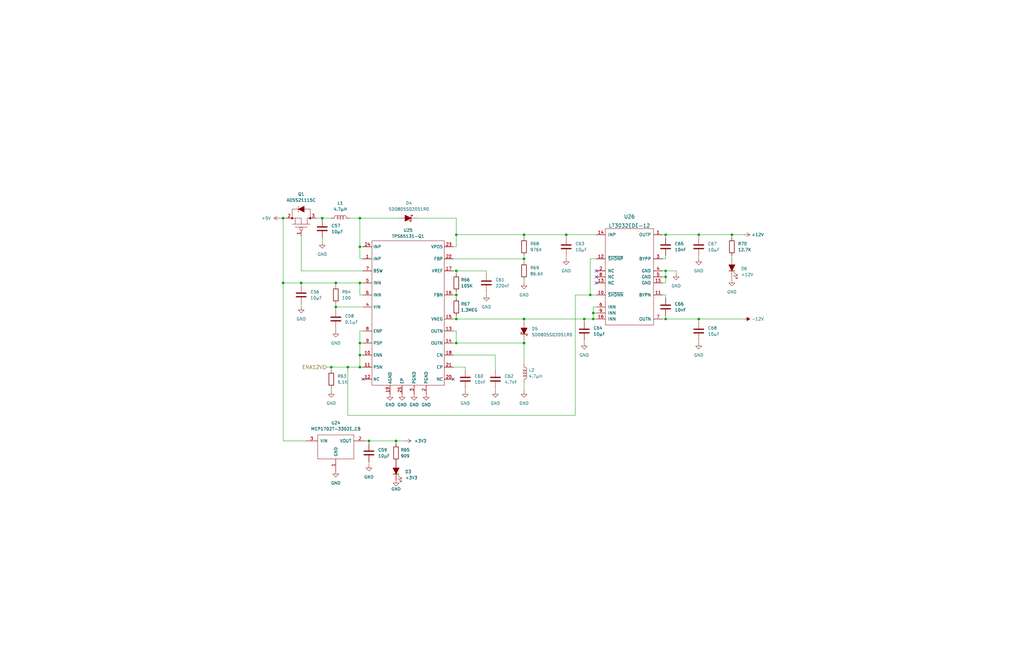
<source format=kicad_sch>
(kicad_sch (version 20231120) (generator "eeschema") (generator_version "8.0")
  (paper "B")
  (title_block (title "SMU 2.0") (date "2025-05-29") (company "Olin College of Engineering"))
  (lib_symbols
    (symbol "Device:C" (pin_numbers hide) (pin_names (offset 0.254))
      (property "Reference" "C" (at 0.635 2.54 0))
      (property "Value" "C" (at 0.635 -2.54 0))
      (symbol "C_0_1"
        (polyline (pts (xy -2.032 -0.762) (xy 2.032 -0.762)) (stroke (width 0.508)))
        (polyline (pts (xy -2.032 0.762) (xy 2.032 0.762)) (stroke (width 0.508)))
      )
      (symbol "C_1_1"
        (pin passive line (at 0 3.81 270) (length 2.794) (name "~") (number "1"))
        (pin passive line (at 0 -3.81 90) (length 2.794) (name "~") (number "2"))
      )
    )
    (symbol "Device:LED_Filled" (pin_numbers hide) (pin_names (offset 1.016) hide)
      (property "Reference" "D" (at 0 2.54 0))
      (property "Value" "LED_Filled" (at 0 -2.54 0))
      (symbol "LED_Filled_0_1"
        (polyline (pts (xy -1.27 -1.27) (xy -1.27 1.27)) (stroke (width 0.254)))
        (polyline (pts (xy -1.27 0) (xy 1.27 0)))
        (polyline (pts (xy 1.27 -1.27) (xy 1.27 1.27) (xy -1.27 0) (xy 1.27 -1.27)) (stroke (width 0.254)) (fill (type outline)))
        (polyline (pts (xy -3.048 -0.762) (xy -4.572 -2.286) (xy -3.81 -2.286) (xy -4.572 -2.286) (xy -4.572 -1.524)))
        (polyline (pts (xy -1.778 -0.762) (xy -3.302 -2.286) (xy -2.54 -2.286) (xy -3.302 -2.286) (xy -3.302 -1.524)))
      )
      (symbol "LED_Filled_1_1"
        (pin passive line (at -3.81 0 0) (length 2.54) (name "K") (number "1"))
        (pin passive line (at 3.81 0 180) (length 2.54) (name "A") (number "2"))
      )
    )
    (symbol "Device:R" (pin_numbers hide) (pin_names (offset 0))
      (property "Reference" "R" (at 2.032 0 90))
      (property "Value" "R" (at 0 0 90))
      (symbol "R_0_1"
        (rectangle (start -1.016 -2.54) (end 1.016 2.54) (stroke (width 0.254)))
      )
      (symbol "R_1_1"
        (pin passive line (at 0 3.81 270) (length 1.27) (name "~") (number "1"))
        (pin passive line (at 0 -3.81 90) (length 1.27) (name "~") (number "2"))
      )
    )
    (symbol "Eclectronics:AOSS21115C" (pin_names (offset 1.016))
      (property "Reference" "Q" (at 6.35 1.27 0))
      (property "Value" "AOSS21115C" (at 6.35 -1.27 0))
      (symbol "AOSS21115C_0_1"
        (circle (center -4.445 0) (radius 0.635))
        (circle (center 0 -3.81) (radius 0.381) (fill (type outline)))
        (polyline (pts (xy -3.81 2.54) (xy -3.81 -2.54)))
        (polyline (pts (xy -2.54 -2.54) (xy 0 -2.54)))
        (polyline (pts (xy -2.54 0) (xy 0 0)))
        (polyline (pts (xy -2.54 3.81) (xy -2.54 -3.81)))
        (polyline (pts (xy 0 -2.54) (xy 0 -3.81)))
        (polyline (pts (xy 0 2.54) (xy -2.54 2.54)))
        (polyline (pts (xy 2.54 1.27) (xy 5.08 1.27)))
        (polyline (pts (xy 0 -3.81) (xy 3.81 -3.81) (xy 3.81 -1.27)))
        (polyline (pts (xy 0 2.54) (xy 0 3.81) (xy 3.81 3.81) (xy 3.81 1.27)))
        (polyline (pts (xy 3.81 1.27) (xy 2.54 -1.27) (xy 5.08 -1.27) (xy 3.81 1.27)) (fill (type outline)))
        (circle (center 0 3.81) (radius 0.381) (fill (type outline)))
      )
      (symbol "AOSS21115C_1_1"
        (polyline (pts (xy 0 2.54) (xy 0 0)))
        (pin input line (at -7.62 0 0) (length 2.54) (name "~") (number "1"))
        (pin input line (at 0 6.35 270) (length 2.54) (name "~") (number "2"))
        (pin input line (at 0 -6.35 90) (length 2.54) (name "~") (number "3"))
      )
    )
    (symbol "Eclectronics:L" (pin_numbers hide) (pin_names hide)
      (property "Reference" "L" (at 0 5.08 0))
      (property "Value" "L" (at 0 2.54 0))
      (symbol "L_0_1"
        (polyline (pts (xy -2.54 0) (xy -2.413 0.635) (xy -2.286 0.889)))
        (polyline (pts (xy 1.143 0.889) (xy 1.27 1.016) (xy 1.524 1.143) (xy 1.905 1.143) (xy 2.159 1.016) (xy 2.286 0.889) (xy 2.413 0.635) (xy 2.54 0)))
        (polyline (pts (xy -2.286 0.889) (xy -2.159 1.016) (xy -1.905 1.143) (xy -1.524 1.143) (xy -1.27 1.016) (xy -1.143 0.889) (xy -1.016 0.635) (xy -0.889 0.127) (xy -0.889 -0.127) (xy -1.016 -0.381) (xy -1.27 -0.381) (xy -1.397 -0.127) (xy -1.397 0.127) (xy -1.27 0.635) (xy -1.143 0.889)))
        (polyline (pts (xy -1.143 0.889) (xy -1.016 1.016) (xy -0.762 1.143) (xy -0.381 1.143) (xy -0.127 1.016) (xy 0 0.889) (xy 0.127 0.635) (xy 0.254 0.127) (xy 0.254 -0.127) (xy 0.127 -0.381) (xy -0.127 -0.381) (xy -0.254 -0.127) (xy -0.254 0.127) (xy -0.127 0.635) (xy 0 0.889)))
        (polyline (pts (xy 0 0.889) (xy 0.127 1.016) (xy 0.381 1.143) (xy 0.762 1.143) (xy 1.016 1.016) (xy 1.143 0.889) (xy 1.27 0.635) (xy 1.397 0.127) (xy 1.397 -0.127) (xy 1.27 -0.381) (xy 1.016 -0.381) (xy 0.889 -0.127) (xy 0.889 0.127) (xy 1.016 0.635) (xy 1.143 0.889)))
      )
      (symbol "L_1_1"
        (pin passive line (at -3.81 0 0) (length 1.27) (name "~") (number "1"))
        (pin passive line (at 3.81 0 180) (length 1.27) (name "~") (number "2"))
      )
    )
    (symbol "Eclectronics:LT3032EDE-12" (pin_names (offset 1.016))
      (property "Reference" "U" (at -10.16 24.13 0))
      (property "Value" "LT3032EDE-12" (at -10.16 21.59 0))
      (symbol "LT3032EDE-12_0_1"
        (rectangle (start -10.16 20.32) (end 10.16 -20.32))
      )
      (symbol "LT3032EDE-12_1_1"
        (pin input line (at 13.97 17.78 180) (length 3.81) (name "OUTP") (number "1"))
        (pin input line (at -13.97 -7.62 0) (length 3.81) (name "~{SHDNN}") (number "10"))
        (pin input line (at 13.97 -7.62 180) (length 3.81) (name "BYPN") (number "11"))
        (pin input line (at -13.97 7.62 0) (length 3.81) (name "~{SHDNP}") (number "12"))
        (pin input line (at -13.97 -2.54 0) (length 3.81) (name "NC") (number "13"))
        (pin input line (at -13.97 17.78 0) (length 3.81) (name "INP") (number "14"))
        (pin input line (at 13.97 -2.54 180) (length 3.81) (name "GND") (number "15"))
        (pin input line (at -13.97 -17.78 0) (length 3.81) (name "INN") (number "16"))
        (pin input line (at -13.97 2.54 0) (length 3.81) (name "NC") (number "2"))
        (pin input line (at 13.97 7.62 180) (length 3.81) (name "BYPP") (number "3"))
        (pin input line (at 13.97 2.54 180) (length 3.81) (name "GND") (number "4"))
        (pin input line (at 13.97 0 180) (length 3.81) (name "GND") (number "5"))
        (pin input line (at -13.97 -12.7 0) (length 3.81) (name "INN") (number "6"))
        (pin input line (at 13.97 -17.78 180) (length 3.81) (name "OUTN") (number "7"))
        (pin input line (at -13.97 0 0) (length 3.81) (name "NC") (number "8"))
        (pin input line (at -13.97 -15.24 0) (length 3.81) (name "INN") (number "9"))
      )
    )
    (symbol "Eclectronics:MCP1702T-3302E_CB" (pin_names (offset 1.016))
      (property "Reference" "U" (at 0 8.89 0))
      (property "Value" "MCP1702T-3302E_CB" (at 0 6.35 0))
      (symbol "MCP1702T-3302E_CB_0_1"
        (rectangle (start 7.62 5.08) (end -7.62 -5.08))
      )
      (symbol "MCP1702T-3302E_CB_1_1"
        (pin input line (at 0 -10.16 90) (length 5.08) (name "GND") (number "1"))
        (pin input line (at 12.7 2.54 180) (length 5.08) (name "VOUT") (number "2"))
        (pin input line (at -12.7 2.54 0) (length 5.08) (name "VIN") (number "3"))
      )
    )
    (symbol "Eclectronics:SD0805S020S1R0" (pin_numbers hide) (pin_names hide)
      (property "Reference" "D" (at 0 2.54 0))
      (property "Value" "SD0805S020S1R0" (at 0 -2.54 0))
      (symbol "SD0805S020S1R0_0_1"
        (polyline (pts (xy -1.27 1.27) (xy -1.27 -1.27)) (stroke (width 0.254)))
        (polyline (pts (xy -1.27 -1.27) (xy -1.905 -1.27) (xy -1.905 -0.889)) (stroke (width 0.254)))
        (polyline (pts (xy -1.27 0) (xy 1.27 1.27) (xy 1.27 -1.27) (xy -1.27 0)) (stroke (width 0.254)) (fill (type outline)))
        (polyline (pts (xy -1.27 1.27) (xy -0.635 1.27) (xy -0.635 0.889) (xy -0.635 1.27)) (stroke (width 0.254)))
      )
      (symbol "SD0805S020S1R0_1_1"
        (pin passive line (at -3.81 0 0) (length 2.54) (name "~") (number "1"))
        (pin passive line (at 3.81 0 180) (length 2.54) (name "~") (number "2"))
      )
    )
    (symbol "Eclectronics:TPS65131-Q1"
      (property "Reference" "U" (at -15.24 34.29 0))
      (property "Value" "TPS65131-Q1" (at -15.24 31.75 0))
      (symbol "TPS65131-Q1_0_1"
        (rectangle (start -15.24 30.48) (end 15.24 -30.48))
      )
      (symbol "TPS65131-Q1_1_1"
        (pin input line (at -19.05 22.86 0) (length 3.81) (name "INP") (number "1"))
        (pin input line (at -19.05 -17.78 0) (length 3.81) (name "ENN") (number "10"))
        (pin input line (at -19.05 -22.86 0) (length 3.81) (name "PSN") (number "11"))
        (pin input line (at -19.05 -27.94 0) (length 3.81) (name "NC") (number "12"))
        (pin input line (at 19.05 -7.62 180) (length 3.81) (name "OUTN") (number "13"))
        (pin input line (at 19.05 -12.7 180) (length 3.81) (name "OUTN") (number "14"))
        (pin input line (at 19.05 -2.54 180) (length 3.81) (name "VNEG") (number "15"))
        (pin input line (at 19.05 7.62 180) (length 3.81) (name "FBN") (number "16"))
        (pin input line (at 19.05 17.78 180) (length 3.81) (name "VREF") (number "17"))
        (pin input line (at 19.05 -17.78 180) (length 3.81) (name "CN") (number "18"))
        (pin input line (at -7.62 -34.29 90) (length 3.81) (name "AGND") (number "19"))
        (pin input line (at 7.62 -34.29 90) (length 3.81) (name "PGND") (number "2"))
        (pin input line (at 19.05 -27.94 180) (length 3.81) (name "NC") (number "20"))
        (pin input line (at 19.05 -22.86 180) (length 3.81) (name "CP") (number "21"))
        (pin input line (at 19.05 22.86 180) (length 3.81) (name "FBP") (number "22"))
        (pin input line (at 19.05 27.94 180) (length 3.81) (name "VPOS") (number "23"))
        (pin input line (at -19.05 27.94 0) (length 3.81) (name "INP") (number "24"))
        (pin input line (at -2.54 -34.29 90) (length 3.81) (name "EP") (number "25"))
        (pin input line (at 2.54 -34.29 90) (length 3.81) (name "PGND") (number "3"))
        (pin input line (at -19.05 2.54 0) (length 3.81) (name "VIN") (number "4"))
        (pin input line (at -19.05 12.7 0) (length 3.81) (name "INN") (number "5"))
        (pin input line (at -19.05 7.62 0) (length 3.81) (name "INN") (number "6"))
        (pin input line (at -19.05 17.78 0) (length 3.81) (name "BSW") (number "7"))
        (pin input line (at -19.05 -7.62 0) (length 3.81) (name "ENP") (number "8"))
        (pin input line (at -19.05 -12.7 0) (length 3.81) (name "PSP") (number "9"))
      )
    )
    (symbol "power:+12V" (power) (pin_names (offset 0))
      (property "Value" "+12V" (at 0 3.556 0))
      (symbol "+12V_0_1"
        (polyline (pts (xy -0.762 1.27) (xy 0 2.54)))
        (polyline (pts (xy 0 0) (xy 0 2.54)))
        (polyline (pts (xy 0 2.54) (xy 0.762 1.27)))
      )
      (symbol "+12V_1_1"
        (pin power_in line (at 0 0 90) (length 0) hide (name "+12V") (number "1"))
      )
    )
    (symbol "power:+3V3" (power) (pin_names (offset 0))
      (property "Value" "+3V3" (at 0 3.556 0))
      (symbol "+3V3_0_1"
        (polyline (pts (xy -0.762 1.27) (xy 0 2.54)))
        (polyline (pts (xy 0 0) (xy 0 2.54)))
        (polyline (pts (xy 0 2.54) (xy 0.762 1.27)))
      )
      (symbol "+3V3_1_1"
        (pin power_in line (at 0 0 90) (length 0) hide (name "+3V3") (number "1"))
      )
    )
    (symbol "power:+5V" (power) (pin_names (offset 0))
      (property "Value" "+5V" (at 0 3.556 0))
      (symbol "+5V_0_1"
        (polyline (pts (xy -0.762 1.27) (xy 0 2.54)))
        (polyline (pts (xy 0 0) (xy 0 2.54)))
        (polyline (pts (xy 0 2.54) (xy 0.762 1.27)))
      )
      (symbol "+5V_1_1"
        (pin power_in line (at 0 0 90) (length 0) hide (name "+5V") (number "1"))
      )
    )
    (symbol "power:-12V" (power) (pin_names (offset 0))
      (property "Value" "-12V" (at 0 3.81 0))
      (symbol "-12V_0_0"
        (pin power_in line (at 0 0 90) (length 0) hide (name "-12V") (number "1"))
      )
      (symbol "-12V_0_1"
        (polyline (pts (xy 0 0) (xy 0 1.27) (xy 0.762 1.27) (xy 0 2.54) (xy -0.762 1.27) (xy 0 1.27)) (fill (type outline)))
      )
    )
    (symbol "power:GND" (power) (pin_names (offset 0))
      (property "Value" "GND" (at 0 -3.81 0))
      (symbol "GND_0_1"
        (polyline (pts (xy 0 0) (xy 0 -1.27) (xy 1.27 -1.27) (xy 0 -2.54) (xy -1.27 -1.27) (xy 0 -1.27)))
      )
      (symbol "GND_1_1"
        (pin power_in line (at 0 0 270) (length 0) hide (name "GND") (number "1"))
      )
    )
    (symbol "smu-rescue:GND" (power) (pin_names (offset 0))
      (property "Value" "GND" (at 0 -3.81 0))
      (symbol "GND_0_1"
        (polyline (pts (xy 0 0) (xy 0 -1.27) (xy 1.27 -1.27) (xy 0 -2.54) (xy -1.27 -1.27) (xy 0 -1.27)))
      )
      (symbol "GND_1_1"
        (pin power_in line (at 0 0 270) (length 0) hide (name "GND") (number "1"))
      )
    )
  )
  (junction (at 246.38 134.62))
  (junction (at 139.7 154.94))
  (junction (at 151.765 119.38))
  (junction (at 151.765 144.78))
  (junction (at 280.67 116.84))
  (junction (at 308.61 99.06))
  (junction (at 250.19 134.62))
  (junction (at 155.575 186.055))
  (junction (at 141.605 129.54))
  (junction (at 280.67 99.06))
  (junction (at 151.765 149.86))
  (junction (at 248.92 124.46))
  (junction (at 151.765 154.94))
  (junction (at 141.605 119.38))
  (junction (at 220.98 109.22))
  (junction (at 238.76 99.06))
  (junction (at 250.19 132.08))
  (junction (at 151.765 104.14))
  (junction (at 146.685 154.94))
  (junction (at 192.405 124.46))
  (junction (at 151.765 92.075))
  (junction (at 294.64 99.06))
  (junction (at 280.67 134.62))
  (junction (at 220.98 134.62))
  (junction (at 192.405 99.06))
  (junction (at 127 119.38))
  (junction (at 192.405 114.3))
  (junction (at 220.98 99.06))
  (junction (at 192.405 144.78))
  (junction (at 192.405 134.62))
  (junction (at 220.98 144.78))
  (junction (at 119.38 92.075))
  (junction (at 167.005 186.055))
  (junction (at 135.89 92.075))
  (junction (at 294.64 134.62))
  (junction (at 280.67 114.3))
  (junction (at 119.38 119.38))
  (no_connect (at 251.46 116.84))
  (no_connect (at 251.46 119.38))
  (no_connect (at 153.035 160.02))
  (no_connect (at 191.135 160.02))
  (no_connect (at 251.46 114.3))
  (wire (pts (xy 151.765 139.7) (xy 153.035 139.7)))
  (wire (pts (xy 151.765 139.7) (xy 151.765 144.78)))
  (wire (pts (xy 279.4 99.06) (xy 280.67 99.06)))
  (wire (pts (xy 118.11 92.075) (xy 119.38 92.075)))
  (wire (pts (xy 246.38 143.51) (xy 246.38 144.78)))
  (wire (pts (xy 280.67 119.38) (xy 279.4 119.38)))
  (wire (pts (xy 151.765 104.14) (xy 153.035 104.14)))
  (wire (pts (xy 147.32 92.075) (xy 151.765 92.075)))
  (wire (pts (xy 205.105 114.3) (xy 192.405 114.3)))
  (wire (pts (xy 279.4 134.62) (xy 280.67 134.62)))
  (wire (pts (xy 191.135 114.3) (xy 192.405 114.3)))
  (wire (pts (xy 191.135 154.94) (xy 196.215 154.94)))
  (wire (pts (xy 220.98 134.62) (xy 246.38 134.62)))
  (wire (pts (xy 196.215 163.83) (xy 196.215 165.1)))
  (wire (pts (xy 251.46 129.54) (xy 250.19 129.54)))
  (wire (pts (xy 133.35 92.075) (xy 135.89 92.075)))
  (wire (pts (xy 242.57 175.26) (xy 242.57 124.46)))
  (wire (pts (xy 238.76 109.22) (xy 238.76 107.95)))
  (wire (pts (xy 154.305 186.055) (xy 155.575 186.055)))
  (wire (pts (xy 279.4 124.46) (xy 280.67 124.46)))
  (wire (pts (xy 220.98 144.78) (xy 192.405 144.78)))
  (wire (pts (xy 155.575 187.325) (xy 155.575 186.055)))
  (wire (pts (xy 250.19 129.54) (xy 250.19 132.08)))
  (wire (pts (xy 141.605 128.27) (xy 141.605 129.54)))
  (wire (pts (xy 151.765 154.94) (xy 153.035 154.94)))
  (wire (pts (xy 139.7 154.94) (xy 146.685 154.94)))
  (wire (pts (xy 248.92 109.22) (xy 251.46 109.22)))
  (wire (pts (xy 294.64 134.62) (xy 294.64 135.89)))
  (wire (pts (xy 119.38 119.38) (xy 119.38 186.055)))
  (wire (pts (xy 280.67 116.84) (xy 280.67 119.38)))
  (wire (pts (xy 192.405 99.06) (xy 192.405 104.14)))
  (wire (pts (xy 220.98 143.51) (xy 220.98 144.78)))
  (wire (pts (xy 191.135 109.22) (xy 220.98 109.22)))
  (wire (pts (xy 141.605 138.43) (xy 141.605 139.7)))
  (wire (pts (xy 192.405 123.19) (xy 192.405 124.46)))
  (wire (pts (xy 153.035 109.22) (xy 151.765 109.22)))
  (wire (pts (xy 192.405 139.7) (xy 192.405 144.78)))
  (wire (pts (xy 155.575 194.945) (xy 155.575 196.215)))
  (wire (pts (xy 246.38 134.62) (xy 246.38 135.89)))
  (wire (pts (xy 139.7 163.83) (xy 139.7 165.1)))
  (wire (pts (xy 220.98 109.22) (xy 220.98 110.49)))
  (wire (pts (xy 119.38 92.075) (xy 119.38 119.38)))
  (wire (pts (xy 151.765 144.78) (xy 151.765 149.86)))
  (wire (pts (xy 294.64 134.62) (xy 313.69 134.62)))
  (wire (pts (xy 151.765 124.46) (xy 151.765 119.38)))
  (wire (pts (xy 192.405 99.06) (xy 220.98 99.06)))
  (wire (pts (xy 191.135 124.46) (xy 192.405 124.46)))
  (wire (pts (xy 308.61 107.95) (xy 308.61 109.22)))
  (wire (pts (xy 280.67 124.46) (xy 280.67 125.73)))
  (wire (pts (xy 242.57 124.46) (xy 248.92 124.46)))
  (wire (pts (xy 238.76 99.06) (xy 251.46 99.06)))
  (wire (pts (xy 280.67 109.22) (xy 280.67 107.95)))
  (wire (pts (xy 294.64 107.95) (xy 294.64 109.22)))
  (wire (pts (xy 167.005 186.055) (xy 170.815 186.055)))
  (wire (pts (xy 220.98 161.29) (xy 220.98 165.1)))
  (wire (pts (xy 280.67 99.06) (xy 294.64 99.06)))
  (wire (pts (xy 279.4 116.84) (xy 280.67 116.84)))
  (wire (pts (xy 141.605 119.38) (xy 141.605 120.65)))
  (wire (pts (xy 248.92 109.22) (xy 248.92 124.46)))
  (wire (pts (xy 294.64 99.06) (xy 308.61 99.06)))
  (wire (pts (xy 220.98 118.11) (xy 220.98 119.38)))
  (wire (pts (xy 280.67 134.62) (xy 294.64 134.62)))
  (wire (pts (xy 155.575 186.055) (xy 167.005 186.055)))
  (wire (pts (xy 127 114.3) (xy 127 99.695)))
  (wire (pts (xy 151.765 149.86) (xy 153.035 149.86)))
  (wire (pts (xy 191.135 104.14) (xy 192.405 104.14)))
  (wire (pts (xy 246.38 134.62) (xy 250.19 134.62)))
  (wire (pts (xy 280.67 99.06) (xy 280.67 100.33)))
  (wire (pts (xy 205.105 115.57) (xy 205.105 114.3)))
  (wire (pts (xy 250.19 134.62) (xy 251.46 134.62)))
  (wire (pts (xy 285.115 115.57) (xy 285.115 114.3)))
  (wire (pts (xy 135.89 100.33) (xy 135.89 102.235)))
  (wire (pts (xy 308.61 99.06) (xy 313.69 99.06)))
  (wire (pts (xy 153.035 114.3) (xy 127 114.3)))
  (wire (pts (xy 191.135 139.7) (xy 192.405 139.7)))
  (wire (pts (xy 279.4 114.3) (xy 280.67 114.3)))
  (wire (pts (xy 135.89 92.075) (xy 135.89 92.71)))
  (wire (pts (xy 192.405 133.35) (xy 192.405 134.62)))
  (wire (pts (xy 167.005 187.325) (xy 167.005 186.055)))
  (wire (pts (xy 141.605 129.54) (xy 153.035 129.54)))
  (wire (pts (xy 141.605 119.38) (xy 151.765 119.38)))
  (wire (pts (xy 192.405 144.78) (xy 191.135 144.78)))
  (wire (pts (xy 151.765 92.075) (xy 168.275 92.075)))
  (wire (pts (xy 120.65 92.075) (xy 119.38 92.075)))
  (wire (pts (xy 151.765 92.075) (xy 151.765 104.14)))
  (wire (pts (xy 250.19 132.08) (xy 250.19 134.62)))
  (wire (pts (xy 192.405 124.46) (xy 192.405 125.73)))
  (wire (pts (xy 279.4 109.22) (xy 280.67 109.22)))
  (wire (pts (xy 280.67 114.3) (xy 280.67 116.84)))
  (wire (pts (xy 191.135 149.86) (xy 208.915 149.86)))
  (wire (pts (xy 119.38 186.055) (xy 128.905 186.055)))
  (wire (pts (xy 127 119.38) (xy 127 120.65)))
  (wire (pts (xy 280.67 114.3) (xy 285.115 114.3)))
  (wire (pts (xy 205.105 123.19) (xy 205.105 124.46)))
  (wire (pts (xy 238.76 99.06) (xy 238.76 100.33)))
  (wire (pts (xy 220.98 153.67) (xy 220.98 144.78)))
  (wire (pts (xy 127 128.27) (xy 127 129.54)))
  (wire (pts (xy 192.405 114.3) (xy 192.405 115.57)))
  (wire (pts (xy 308.61 100.33) (xy 308.61 99.06)))
  (wire (pts (xy 220.98 134.62) (xy 220.98 135.89)))
  (wire (pts (xy 192.405 92.075) (xy 175.895 92.075)))
  (wire (pts (xy 151.765 149.86) (xy 151.765 154.94)))
  (wire (pts (xy 280.67 133.35) (xy 280.67 134.62)))
  (wire (pts (xy 146.685 154.94) (xy 146.685 175.26)))
  (wire (pts (xy 248.92 124.46) (xy 251.46 124.46)))
  (wire (pts (xy 196.215 154.94) (xy 196.215 156.21)))
  (wire (pts (xy 151.765 144.78) (xy 153.035 144.78)))
  (wire (pts (xy 294.64 99.06) (xy 294.64 100.33)))
  (wire (pts (xy 191.135 134.62) (xy 192.405 134.62)))
  (wire (pts (xy 151.765 104.14) (xy 151.765 109.22)))
  (wire (pts (xy 208.915 149.86) (xy 208.915 156.21)))
  (wire (pts (xy 192.405 134.62) (xy 220.98 134.62)))
  (wire (pts (xy 153.035 124.46) (xy 151.765 124.46)))
  (wire (pts (xy 151.765 119.38) (xy 153.035 119.38)))
  (wire (pts (xy 220.98 99.06) (xy 238.76 99.06)))
  (wire (pts (xy 146.685 154.94) (xy 151.765 154.94)))
  (wire (pts (xy 119.38 119.38) (xy 127 119.38)))
  (wire (pts (xy 127 119.38) (xy 141.605 119.38)))
  (wire (pts (xy 135.89 92.075) (xy 139.7 92.075)))
  (wire (pts (xy 192.405 99.06) (xy 192.405 92.075)))
  (wire (pts (xy 308.61 116.84) (xy 308.61 118.11)))
  (wire (pts (xy 251.46 132.08) (xy 250.19 132.08)))
  (wire (pts (xy 220.98 107.95) (xy 220.98 109.22)))
  (wire (pts (xy 294.64 143.51) (xy 294.64 144.78)))
  (wire (pts (xy 139.7 154.94) (xy 139.7 156.21)))
  (wire (pts (xy 137.795 154.94) (xy 139.7 154.94)))
  (wire (pts (xy 208.915 163.83) (xy 208.915 165.1)))
  (wire (pts (xy 146.685 175.26) (xy 242.57 175.26)))
  (wire (pts (xy 220.98 100.33) (xy 220.98 99.06)))
  (wire (pts (xy 141.605 129.54) (xy 141.605 130.81)))
  (hierarchical_label "ENA12V" (shape input) (at 137.795 154.94 180) (effects (font (size 1.524 1.524))))
  (symbol (lib_id "Device:C") (at 127 124.46 0) (unit 1)
    (property "Reference" "C56" (at 130.81 123.1899 0) (effects (justify left)))
    (property "Value" "10µF" (at 130.81 125.7299 0) (effects (justify left)))
    (property "Footprint" "Capacitor_SMD:C_0603_1608Metric" (effects (hide yes)))
    (instances (project "smu_base" (path "" (reference "C56") (unit 1))) (project "smu_base" (path "" (reference "C20") (unit 1))))
  )
  (symbol (lib_id "Device:C") (at 280.67 104.14 0) (unit 1)
    (property "Reference" "C65" (at 284.48 102.8699 0) (effects (justify left)))
    (property "Value" "10nF" (at 284.48 105.4099 0) (effects (justify left)))
    (property "Footprint" "Capacitor_SMD:C_0603_1608Metric" (effects (hide yes)))
    (instances (project "smu_base" (path "" (reference "C65") (unit 1))) (project "smu_base" (path "" (reference "C29") (unit 1))))
  )
  (symbol (lib_id "Device:C") (at 205.105 119.38 0) (unit 1)
    (property "Reference" "C61" (at 208.915 118.1099 0) (effects (justify left)))
    (property "Value" "220nF" (at 208.915 120.6499 0) (effects (justify left)))
    (property "Footprint" "Capacitor_SMD:C_0603_1608Metric" (effects (hide yes)))
    (instances (project "smu_base" (path "" (reference "C61") (unit 1))) (project "smu_base" (path "" (reference "C25") (unit 1))))
  )
  (symbol (lib_id "power:GND") (at 294.64 109.22 0) (unit 1)
    (property "Reference" "#PWR0170" (effects (hide yes)))
    (property "Value" "GND" (at 294.64 114.3 0))
    (instances (project "smu_base" (path "" (reference "#PWR0170") (unit 1))) (project "smu_base" (path "" (reference "#PWR087") (unit 1))))
  )
  (symbol (lib_id "Device:C") (at 246.38 139.7 0) (unit 1)
    (property "Reference" "C64" (at 250.19 138.4299 0) (effects (justify left)))
    (property "Value" "10µF" (at 250.19 140.9699 0) (effects (justify left)))
    (property "Footprint" "Capacitor_SMD:C_0603_1608Metric" (effects (hide yes)))
    (instances (project "smu_base" (path "" (reference "C64") (unit 1))) (project "smu_base" (path "" (reference "C28") (unit 1))))
  )
  (symbol (lib_id "power:GND") (at 205.105 124.46 0) (unit 1)
    (property "Reference" "#PWR0163" (effects (hide yes)))
    (property "Value" "GND" (at 205.105 129.54 0))
    (instances (project "smu_base" (path "" (reference "#PWR0163") (unit 1))) (project "smu_base" (path "" (reference "#PWR080") (unit 1))))
  )
  (symbol (lib_id "power:GND") (at 238.76 109.22 0) (unit 1)
    (property "Reference" "#PWR0167" (effects (hide yes)))
    (property "Value" "GND" (at 238.76 114.3 0))
    (instances (project "smu_base" (path "" (reference "#PWR0167") (unit 1))) (project "smu_base" (path "" (reference "#PWR084") (unit 1))))
  )
  (symbol (lib_id "Device:C") (at 141.605 134.62 0) (unit 1)
    (property "Reference" "C58" (at 145.415 133.3499 0) (effects (justify left)))
    (property "Value" "0.1µF" (at 145.415 135.8899 0) (effects (justify left)))
    (property "Footprint" "Capacitor_SMD:C_0603_1608Metric" (effects (hide yes)))
    (instances (project "smu_base" (path "" (reference "C58") (unit 1))) (project "smu_base" (path "" (reference "C22") (unit 1))))
  )
  (symbol (lib_id "Eclectronics:SD0805S020S1R0") (at 220.98 139.7 90) (unit 1)
    (property "Reference" "D5" (at 224.155 138.7474 90) (effects (justify right)))
    (property "Value" "SD0805S020S1R0" (at 224.155 141.2874 90) (effects (justify right)))
    (property "Footprint" "Diode_SMD:D_0805_2012Metric" (effects (hide yes)))
    (instances (project "smu_base" (path "" (reference "D5") (unit 1))) (project "smu_base" (path "" (reference "D7") (unit 1))))
  )
  (symbol (lib_id "Device:LED_Filled") (at 167.005 198.755 90) (unit 1)
    (property "Reference" "D3" (at 170.815 199.0724 90) (effects (justify right)))
    (property "Value" "+3V3" (at 170.815 201.6124 90) (effects (justify right)))
    (property "Footprint" "LED_SMD:LED_0805_2012Metric" (effects (hide yes)))
    (instances (project "smu_base" (path "" (reference "D3") (unit 1))) (project "smu_base" (path "" (reference "D5") (unit 1))))
  )
  (symbol (lib_id "power:GND") (at 135.89 102.235 0) (unit 1)
    (property "Reference" "#PWR0151" (effects (hide yes)))
    (property "Value" "GND" (at 135.89 107.315 0))
    (instances (project "smu_base" (path "" (reference "#PWR0151") (unit 1))) (project "smu_base" (path "" (reference "#PWR068") (unit 1))))
  )
  (symbol (lib_id "Device:C") (at 294.64 104.14 0) (unit 1)
    (property "Reference" "C67" (at 298.45 102.8699 0) (effects (justify left)))
    (property "Value" "10µF" (at 298.45 105.4099 0) (effects (justify left)))
    (property "Footprint" "Capacitor_SMD:C_0603_1608Metric" (effects (hide yes)))
    (instances (project "smu_base" (path "" (reference "C67") (unit 1))) (project "smu_base" (path "" (reference "C31") (unit 1))))
  )
  (symbol (lib_id "power:GND") (at 179.705 166.37 0) (unit 1)
    (property "Reference" "#PWR0161" (effects (hide yes)))
    (property "Value" "GND" (at 179.705 170.815 0))
    (instances (project "smu_base" (path "" (reference "#PWR0161") (unit 1))) (project "smu_base" (path "" (reference "#PWR078") (unit 1))))
  )
  (symbol (lib_id "Device:R") (at 220.98 104.14 0) (unit 1)
    (property "Reference" "R68" (at 223.52 102.8699 0) (effects (justify left)))
    (property "Value" "976K" (at 223.52 105.4099 0) (effects (justify left)))
    (property "Footprint" "Resistor_SMD:R_0603_1608Metric" (effects (hide yes)))
    (instances (project "smu_base" (path "" (reference "R68") (unit 1))) (project "smu_base" (path "" (reference "R28") (unit 1))))
  )
  (symbol (lib_id "power:GND") (at 169.545 166.37 0) (unit 1)
    (property "Reference" "#PWR0158" (effects (hide yes)))
    (property "Value" "GND" (at 169.545 170.815 0))
    (instances (project "smu_base" (path "" (reference "#PWR0158") (unit 1))) (project "smu_base" (path "" (reference "#PWR075") (unit 1))))
  )
  (symbol (lib_id "Device:R") (at 192.405 129.54 0) (unit 1)
    (property "Reference" "R67" (at 194.31 128.2699 0) (effects (justify left)))
    (property "Value" "1.3MEG" (at 194.31 130.8099 0) (effects (justify left)))
    (property "Footprint" "Resistor_SMD:R_0603_1608Metric" (effects (hide yes)))
    (instances (project "smu_base" (path "" (reference "R67") (unit 1))) (project "smu_base" (path "" (reference "R27") (unit 1))))
  )
  (symbol (lib_id "power:GND") (at 196.215 165.1 0) (unit 1)
    (property "Reference" "#PWR0162" (effects (hide yes)))
    (property "Value" "GND" (at 196.215 170.18 0))
    (instances (project "smu_base" (path "" (reference "#PWR0162") (unit 1))) (project "smu_base" (path "" (reference "#PWR079") (unit 1))))
  )
  (symbol (lib_id "Device:C") (at 196.215 160.02 0) (unit 1)
    (property "Reference" "C60" (at 200.025 158.7499 0) (effects (justify left)))
    (property "Value" "10nF" (at 200.025 161.2899 0) (effects (justify left)))
    (property "Footprint" "Capacitor_SMD:C_0603_1608Metric" (effects (hide yes)))
    (instances (project "smu_base" (path "" (reference "C60") (unit 1))) (project "smu_base" (path "" (reference "C24") (unit 1))))
  )
  (symbol (lib_id "power:GND") (at 174.625 166.37 0) (unit 1)
    (property "Reference" "#PWR0160" (effects (hide yes)))
    (property "Value" "GND" (at 174.625 170.815 0))
    (instances (project "smu_base" (path "" (reference "#PWR0160") (unit 1))) (project "smu_base" (path "" (reference "#PWR077") (unit 1))))
  )
  (symbol (lib_id "Device:R") (at 220.98 114.3 0) (unit 1)
    (property "Reference" "R69" (at 223.52 113.0299 0) (effects (justify left)))
    (property "Value" "86.6K" (at 223.52 115.5699 0) (effects (justify left)))
    (property "Footprint" "Resistor_SMD:R_0603_1608Metric" (effects (hide yes)))
    (instances (project "smu_base" (path "" (reference "R69") (unit 1))) (project "smu_base" (path "" (reference "R29") (unit 1))))
  )
  (symbol (lib_id "power:GND") (at 285.115 115.57 0) (unit 1)
    (property "Reference" "#PWR0169" (effects (hide yes)))
    (property "Value" "GND" (at 285.115 120.65 0))
    (instances (project "smu_base" (path "" (reference "#PWR0169") (unit 1))) (project "smu_base" (path "" (reference "#PWR086") (unit 1))))
  )
  (symbol (lib_id "power:+12V") (at 313.69 99.06 270) (unit 1)
    (property "Reference" "#PWR0173" (effects (hide yes)))
    (property "Value" "+12V" (at 316.865 99.0599 90) (effects (justify left)))
    (instances (project "smu_base" (path "" (reference "#PWR0173") (unit 1))) (project "smu_base" (path "" (reference "#PWR090") (unit 1))))
  )
  (symbol (lib_id "Device:R") (at 192.405 119.38 0) (unit 1)
    (property "Reference" "R66" (at 194.31 118.1099 0) (effects (justify left)))
    (property "Value" "105K" (at 194.31 120.6499 0) (effects (justify left)))
    (property "Footprint" "Resistor_SMD:R_0603_1608Metric" (effects (hide yes)))
    (instances (project "smu_base" (path "" (reference "R66") (unit 1))) (project "smu_base" (path "" (reference "R26") (unit 1))))
  )
  (symbol (lib_id "Device:C") (at 208.915 160.02 0) (unit 1)
    (property "Reference" "C62" (at 212.725 158.7499 0) (effects (justify left)))
    (property "Value" "4.7nF" (at 212.725 161.2899 0) (effects (justify left)))
    (property "Footprint" "Capacitor_SMD:C_0603_1608Metric" (effects (hide yes)))
    (instances (project "smu_base" (path "" (reference "C62") (unit 1))) (project "smu_base" (path "" (reference "C26") (unit 1))))
  )
  (symbol (lib_id "Eclectronics:L") (at 143.51 92.075 0) (unit 1)
    (property "Reference" "L1" (at 143.51 85.725 0))
    (property "Value" "4.7µH" (at 143.51 88.265 0))
    (property "Footprint" "Eclectronics:PA5003.182NLT" (effects (hide yes)))
  )
  (symbol (lib_id "power:GND") (at 294.64 144.78 0) (unit 1)
    (property "Reference" "#PWR0171" (effects (hide yes)))
    (property "Value" "GND" (at 294.64 149.86 0))
    (instances (project "smu_base" (path "" (reference "#PWR0171") (unit 1))) (project "smu_base" (path "" (reference "#PWR088") (unit 1))))
  )
  (symbol (lib_id "Device:C") (at 155.575 191.135 0) (unit 1)
    (property "Reference" "C59" (at 159.385 189.8649 0) (effects (justify left)))
    (property "Value" "10µF" (at 159.385 192.4049 0) (effects (justify left)))
    (property "Footprint" "Capacitor_SMD:C_0603_1608Metric" (effects (hide yes)))
    (instances (project "smu_base" (path "" (reference "C59") (unit 1))) (project "smu_base" (path "" (reference "C23") (unit 1))))
  )
  (symbol (lib_id "Device:C") (at 238.76 104.14 0) (unit 1)
    (property "Reference" "C63" (at 242.57 102.8699 0) (effects (justify left)))
    (property "Value" "10µF" (at 242.57 105.4099 0) (effects (justify left)))
    (property "Footprint" "Capacitor_SMD:C_0603_1608Metric" (effects (hide yes)))
    (instances (project "smu_base" (path "" (reference "C63") (unit 1))) (project "smu_base" (path "" (reference "C27") (unit 1))))
  )
  (symbol (lib_id "power:GND") (at 139.7 165.1 0) (unit 1)
    (property "Reference" "#PWR0152" (effects (hide yes)))
    (property "Value" "GND" (at 139.7 170.18 0))
    (instances (project "smu_base" (path "" (reference "#PWR0152") (unit 1))) (project "smu_base" (path "" (reference "#PWR069") (unit 1))))
  )
  (symbol (lib_id "power:GND") (at 220.98 165.1 0) (unit 1)
    (property "Reference" "#PWR0166" (effects (hide yes)))
    (property "Value" "GND" (at 220.98 170.18 0))
    (instances (project "smu_base" (path "" (reference "#PWR0166") (unit 1))) (project "smu_base" (path "" (reference "#PWR083") (unit 1))))
  )
  (symbol (lib_id "Device:R") (at 139.7 160.02 180) (unit 1)
    (property "Reference" "R63" (at 142.24 158.7499 0) (effects (justify right)))
    (property "Value" "5.1K" (at 142.24 161.2899 0) (effects (justify right)))
    (property "Footprint" "Resistor_SMD:R_0603_1608Metric" (effects (hide yes)))
    (instances (project "smu_base" (path "" (reference "R63") (unit 1))) (project "smu_base" (path "" (reference "R23") (unit 1))))
  )
  (symbol (lib_id "power:+3V3") (at 170.815 186.055 270) (unit 1)
    (property "Reference" "#PWR0159" (effects (hide yes)))
    (property "Value" "+3V3" (at 174.625 186.0549 90) (effects (justify left)))
    (instances (project "smu_base" (path "" (reference "#PWR0159") (unit 1))) (project "smu_base" (path "" (reference "#PWR076") (unit 1))))
  )
  (symbol (lib_id "power:GND") (at 220.98 119.38 0) (unit 1)
    (property "Reference" "#PWR0165" (effects (hide yes)))
    (property "Value" "GND" (at 220.98 124.46 0))
    (instances (project "smu_base" (path "" (reference "#PWR0165") (unit 1))) (project "smu_base" (path "" (reference "#PWR082") (unit 1))))
  )
  (symbol (lib_id "power:GND") (at 246.38 144.78 0) (unit 1)
    (property "Reference" "#PWR0168" (effects (hide yes)))
    (property "Value" "GND" (at 246.38 149.86 0))
    (instances (project "smu_base" (path "" (reference "#PWR0168") (unit 1))) (project "smu_base" (path "" (reference "#PWR085") (unit 1))))
  )
  (symbol (lib_id "power:GND") (at 308.61 118.11 0) (unit 1)
    (property "Reference" "#PWR0172" (effects (hide yes)))
    (property "Value" "GND" (at 308.61 123.19 0))
    (instances (project "smu_base" (path "" (reference "#PWR0172") (unit 1))) (project "smu_base" (path "" (reference "#PWR089") (unit 1))))
  )
  (symbol (lib_id "Device:R") (at 141.605 124.46 0) (unit 1)
    (property "Reference" "R64" (at 144.145 123.1899 0) (effects (justify left)))
    (property "Value" "100" (at 144.145 125.7299 0) (effects (justify left)))
    (property "Footprint" "Resistor_SMD:R_0603_1608Metric" (effects (hide yes)))
    (instances (project "smu_base" (path "" (reference "R64") (unit 1))) (project "smu_base" (path "" (reference "R24") (unit 1))))
  )
  (symbol (lib_id "power:-12V") (at 313.69 134.62 270) (unit 1)
    (property "Reference" "#PWR0174" (effects (hide yes)))
    (property "Value" "-12V" (at 316.865 134.6199 90) (effects (justify left)))
    (instances (project "smu_base" (path "" (reference "#PWR0174") (unit 1))) (project "smu_base" (path "" (reference "#PWR091") (unit 1))))
  )
  (symbol (lib_id "Device:LED_Filled") (at 308.61 113.03 90) (unit 1)
    (property "Reference" "D6" (at 312.42 113.3474 90) (effects (justify right)))
    (property "Value" "+12V" (at 312.42 115.8874 90) (effects (justify right)))
    (property "Footprint" "LED_SMD:LED_0805_2012Metric" (effects (hide yes)))
    (instances (project "smu_base" (path "" (reference "D6") (unit 1))) (project "smu_base" (path "" (reference "D8") (unit 1))))
  )
  (symbol (lib_id "Eclectronics:L") (at 220.98 157.48 270) (unit 1)
    (property "Reference" "L2" (at 222.885 156.2099 90) (effects (justify left)))
    (property "Value" "4.7µH" (at 222.885 158.7499 90) (effects (justify left)))
    (property "Footprint" "Eclectronics:PA5003.182NLT" (effects (hide yes)))
  )
  (symbol (lib_id "Eclectronics:SD0805S020S1R0") (at 172.085 92.075 180) (unit 1)
    (property "Reference" "D4" (at 172.4025 85.725 0))
    (property "Value" "SD0805S020S1R0" (at 172.4025 88.265 0))
    (property "Footprint" "Diode_SMD:D_0805_2012Metric" (effects (hide yes)))
    (instances (project "smu_base" (path "" (reference "D4") (unit 1))) (project "smu_base" (path "" (reference "D6") (unit 1))))
  )
  (symbol (lib_id "Device:C") (at 135.89 96.52 0) (unit 1)
    (property "Reference" "C57" (at 139.7 95.2499 0) (effects (justify left)))
    (property "Value" "10µF" (at 139.7 97.7899 0) (effects (justify left)))
    (property "Footprint" "Capacitor_SMD:C_0603_1608Metric" (effects (hide yes)))
    (instances (project "smu_base" (path "" (reference "C57") (unit 1))) (project "smu_base" (path "" (reference "C21") (unit 1))))
  )
  (symbol (lib_id "Eclectronics:AOSS21115C") (at 127 92.075 90) (unit 1)
    (property "Reference" "Q1" (at 127 81.915 90))
    (property "Value" "AOSS21115C" (at 127 84.455 90))
    (property "Footprint" "Package_TO_SOT_SMD:SOT-23" (effects (hide yes)))
  )
  (symbol (lib_id "Device:R") (at 167.005 191.135 0) (unit 1)
    (property "Reference" "R65" (at 168.91 189.8649 0) (effects (justify left)))
    (property "Value" "909" (at 168.91 192.4049 0) (effects (justify left)))
    (property "Footprint" "Resistor_SMD:R_0603_1608Metric" (effects (hide yes)))
    (instances (project "smu_base" (path "" (reference "R65") (unit 1))) (project "smu_base" (path "" (reference "R25") (unit 1))))
  )
  (symbol (lib_id "power:GND") (at 141.605 198.755 0) (unit 1)
    (property "Reference" "#PWR0154" (effects (hide yes)))
    (property "Value" "GND" (at 141.605 203.835 0))
    (instances (project "smu_base" (path "" (reference "#PWR0154") (unit 1))) (project "smu_base" (path "" (reference "#PWR071") (unit 1))))
  )
  (symbol (lib_id "Device:C") (at 294.64 139.7 0) (unit 1)
    (property "Reference" "C68" (at 298.45 138.4299 0) (effects (justify left)))
    (property "Value" "10µF" (at 298.45 140.9699 0) (effects (justify left)))
    (property "Footprint" "Capacitor_SMD:C_0603_1608Metric" (effects (hide yes)))
    (instances (project "smu_base" (path "" (reference "C68") (unit 1))) (project "smu_base" (path "" (reference "C32") (unit 1))))
  )
  (symbol (lib_id "power:GND") (at 127 129.54 0) (unit 1)
    (property "Reference" "#PWR0150" (effects (hide yes)))
    (property "Value" "GND" (at 127 134.62 0))
    (instances (project "smu_base" (path "" (reference "#PWR0150") (unit 1))) (project "smu_base" (path "" (reference "#PWR067") (unit 1))))
  )
  (symbol (lib_id "power:GND") (at 208.915 165.1 0) (unit 1)
    (property "Reference" "#PWR0164" (effects (hide yes)))
    (property "Value" "GND" (at 208.915 170.18 0))
    (instances (project "smu_base" (path "" (reference "#PWR0164") (unit 1))) (project "smu_base" (path "" (reference "#PWR081") (unit 1))))
  )
  (symbol (lib_id "power:+5V") (at 118.11 92.075 90) (unit 1)
    (property "Reference" "#PWR0149" (effects (hide yes)))
    (property "Value" "+5V" (at 114.3 92.0749 90) (effects (justify left)))
    (instances (project "smu_base" (path "" (reference "#PWR0149") (unit 1))) (project "smu_base" (path "" (reference "#PWR066") (unit 1))))
  )
  (symbol (lib_id "Device:C") (at 280.67 129.54 0) (unit 1)
    (property "Reference" "C66" (at 284.48 128.2699 0) (effects (justify left)))
    (property "Value" "10nF" (at 284.48 130.8099 0) (effects (justify left)))
    (property "Footprint" "Capacitor_SMD:C_0603_1608Metric" (effects (hide yes)))
    (instances (project "smu_base" (path "" (reference "C66") (unit 1))) (project "smu_base" (path "" (reference "C30") (unit 1))))
  )
  (symbol (lib_id "power:GND") (at 141.605 139.7 0) (unit 1)
    (property "Reference" "#PWR0153" (effects (hide yes)))
    (property "Value" "GND" (at 141.605 144.78 0))
    (instances (project "smu_base" (path "" (reference "#PWR0153") (unit 1))) (project "smu_base" (path "" (reference "#PWR070") (unit 1))))
  )
  (symbol (lib_id "Eclectronics:LT3032EDE-12") (at 265.43 116.84 0) (unit 1)
    (property "Reference" "U26" (at 265.43 91.44 0) (effects (font (size 1.524 1.524))))
    (property "Value" "LT3032EDE-12" (at 265.43 95.25 0) (effects (font (size 1.524 1.524))))
    (property "Footprint" "Eclectronics:LT3032_1" (effects (hide yes)))
    (instances (project "smu_base" (path "" (reference "U26") (unit 1))) (project "smu_base" (path "" (reference "U8") (unit 1))))
  )
  (symbol (lib_id "Device:R") (at 308.61 104.14 0) (unit 1)
    (property "Reference" "R70" (at 311.15 102.8699 0) (effects (justify left)))
    (property "Value" "12.7K" (at 311.15 105.4099 0) (effects (justify left)))
    (property "Footprint" "Resistor_SMD:R_0603_1608Metric" (effects (hide yes)))
    (instances (project "smu_base" (path "" (reference "R70") (unit 1))) (project "smu_base" (path "" (reference "R30") (unit 1))))
  )
  (symbol (lib_id "power:GND") (at 164.465 166.37 0) (unit 1)
    (property "Reference" "#PWR0156" (effects (hide yes)))
    (property "Value" "GND" (at 164.465 170.815 0))
    (instances (project "smu_base" (path "" (reference "#PWR0156") (unit 1))) (project "smu_base" (path "" (reference "#PWR073") (unit 1))))
  )
  (symbol (lib_id "power:GND") (at 155.575 196.215 0) (unit 1)
    (property "Reference" "#PWR0155" (effects (hide yes)))
    (property "Value" "GND" (at 155.575 201.295 0))
    (instances (project "smu_base" (path "" (reference "#PWR0155") (unit 1))) (project "smu_base" (path "" (reference "#PWR072") (unit 1))))
  )
  (symbol (lib_id "Eclectronics:MCP1702T-3302E_CB") (at 141.605 188.595 0) (unit 1)
    (property "Reference" "U24" (at 141.605 178.435 0))
    (property "Value" "MCP1702T-3302E_CB" (at 141.605 180.975 0))
    (property "Footprint" "Package_TO_SOT_SMD:SOT-23" (effects (hide yes)))
    (instances (project "smu_base" (path "" (reference "U24") (unit 1))) (project "smu_base" (path "" (reference "U5") (unit 1))))
  )
  (symbol (lib_id "Eclectronics:TPS65131-Q1") (at 172.085 132.08 0) (unit 1)
    (property "Reference" "U25" (at 172.085 97.155 0))
    (property "Value" "TPS65131-Q1" (at 172.085 99.695 0))
    (property "Footprint" "Eclectronics:TPS65131-Q_1" (effects (hide yes)))
    (instances (project "smu_base" (path "" (reference "U25") (unit 1))) (project "smu_base" (path "" (reference "U6") (unit 1))))
  )
  (symbol (lib_id "smu-rescue:GND") (at 167.005 202.565 0) (unit 1)
    (property "Reference" "#PWR0157" (effects (hide yes)))
    (property "Value" "GND" (at 167.005 206.375 0))
    (instances (project "smu_base" (path "" (reference "#PWR0157") (unit 1))) (project "smu_base" (path "" (reference "#PWR074") (unit 1))))
  )
)
</source>
